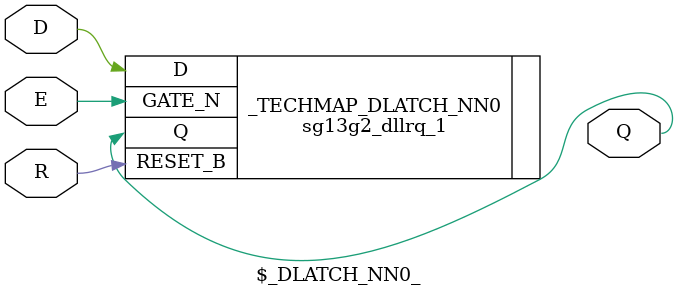
<source format=v>
module \$_DLATCH_P_ (input E, input D, output Q);
  sg13g2_dlhq_1 _TECHMAP_DLATCH_P (
    .D(D),
    .Q(Q),
    .GATE(E)
  );
endmodule

module \$_DLATCH_PN0_ (input E, input R, input D, output Q);
  sg13g2_dlhrq_1 _TECHMAP_DLATCH_PN0 (
    .D(D),
    .Q(Q),
    .GATE(E),
    .RESET_B(R)
  );
endmodule

module \$_DLATCH_N_ (input E, input D, output Q);
  sg13g2_dllrq_1 _TECHMAP_DLATCH_N (
    .D(D),
    .Q(Q),
    .GATE_N(E),
    .RESET_B(1'b1)
  );
endmodule

module \$_DLATCH_NN0_ (input E, input R, input D, output Q);
  sg13g2_dllrq_1 _TECHMAP_DLATCH_NN0 (
    .D(D),
    .Q(Q),
    .GATE_N(E),
    .RESET_B(R)
  );
endmodule

</source>
